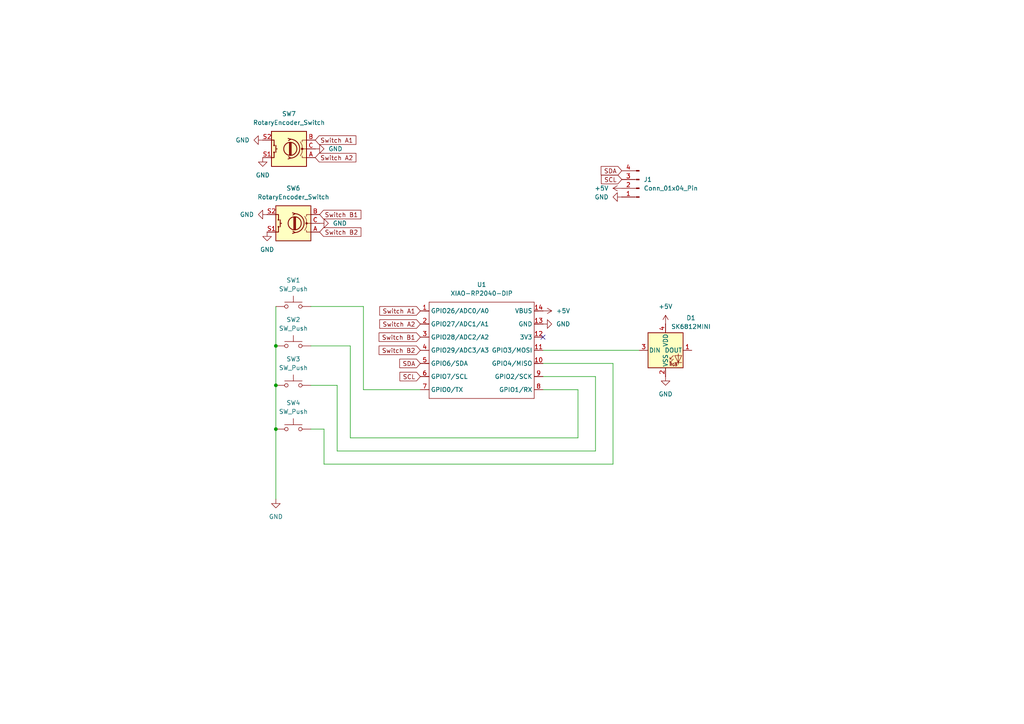
<source format=kicad_sch>
(kicad_sch (version 20231120) (generator "eeschema") (generator_version "8.0")
  (paper "A4")
  (lib_symbols
    (symbol "Connector:Conn_01x04_Pin" (pin_names (offset 1.016) hide)
      (property "Reference" "J" (at 0 5.08 0))
      (property "Value" "Conn_01x04_Pin" (at 0 -7.62 0))
      (symbol "Conn_01x04_Pin_1_1"
        (polyline (pts (xy 1.27 -5.08) (xy 0.8636 -5.08)) (stroke (width 0.1524)))
        (polyline (pts (xy 1.27 -2.54) (xy 0.8636 -2.54)) (stroke (width 0.1524)))
        (polyline (pts (xy 1.27 0) (xy 0.8636 0)) (stroke (width 0.1524)))
        (polyline (pts (xy 1.27 2.54) (xy 0.8636 2.54)) (stroke (width 0.1524)))
        (rectangle (start 0.8636 -4.953) (end 0 -5.207) (stroke (width 0.1524)) (fill (type outline)))
        (rectangle (start 0.8636 -2.413) (end 0 -2.667) (stroke (width 0.1524)) (fill (type outline)))
        (rectangle (start 0.8636 0.127) (end 0 -0.127) (stroke (width 0.1524)) (fill (type outline)))
        (rectangle (start 0.8636 2.667) (end 0 2.413) (stroke (width 0.1524)) (fill (type outline)))
        (pin passive line (at 5.08 2.54 180) (length 3.81) (name "Pin_1") (number "1"))
        (pin passive line (at 5.08 0 180) (length 3.81) (name "Pin_2") (number "2"))
        (pin passive line (at 5.08 -2.54 180) (length 3.81) (name "Pin_3") (number "3"))
        (pin passive line (at 5.08 -5.08 180) (length 3.81) (name "Pin_4") (number "4"))
      )
    )
    (symbol "Device:RotaryEncoder_Switch" (pin_names (offset 0.254) hide)
      (property "Reference" "SW" (at 0 6.604 0))
      (property "Value" "RotaryEncoder_Switch" (at 0 -6.604 0))
      (symbol "RotaryEncoder_Switch_0_1"
        (rectangle (start -5.08 5.08) (end 5.08 -5.08) (stroke (width 0.254)) (fill (type background)))
        (circle (center -3.81 0) (radius 0.254) (fill (type outline)))
        (circle (center -0.381 0) (radius 1.905) (stroke (width 0.254)))
        (arc (start -0.381 2.667) (mid -3.0988 -0.0635) (end -0.381 -2.794) (stroke (width 0.254)))
        (polyline (pts (xy -0.635 -1.778) (xy -0.635 1.778)) (stroke (width 0.254)))
        (polyline (pts (xy -0.381 -1.778) (xy -0.381 1.778)) (stroke (width 0.254)))
        (polyline (pts (xy -0.127 1.778) (xy -0.127 -1.778)) (stroke (width 0.254)))
        (polyline (pts (xy 3.81 0) (xy 3.429 0)) (stroke (width 0.254)))
        (polyline (pts (xy 3.81 1.016) (xy 3.81 -1.016)) (stroke (width 0.254)))
        (polyline (pts (xy -5.08 -2.54) (xy -3.81 -2.54) (xy -3.81 -2.032)))
        (polyline (pts (xy -5.08 2.54) (xy -3.81 2.54) (xy -3.81 2.032)))
        (polyline (pts (xy 0.254 -3.048) (xy -0.508 -2.794) (xy 0.127 -2.413)) (stroke (width 0.254)))
        (polyline (pts (xy 0.254 2.921) (xy -0.508 2.667) (xy 0.127 2.286)) (stroke (width 0.254)))
        (polyline (pts (xy 5.08 -2.54) (xy 4.318 -2.54) (xy 4.318 -1.016)) (stroke (width 0.254)))
        (polyline (pts (xy 5.08 2.54) (xy 4.318 2.54) (xy 4.318 1.016)) (stroke (width 0.254)))
        (polyline (pts (xy -5.08 0) (xy -3.81 0) (xy -3.81 -1.016) (xy -3.302 -2.032)))
        (polyline (pts (xy -4.318 0) (xy -3.81 0) (xy -3.81 1.016) (xy -3.302 2.032)))
        (circle (center 4.318 -1.016) (radius 0.127) (stroke (width 0.254)))
        (circle (center 4.318 1.016) (radius 0.127) (stroke (width 0.254)))
      )
      (symbol "RotaryEncoder_Switch_1_1"
        (pin passive line (at -7.62 2.54 0) (length 2.54) (name "A") (number "A"))
        (pin passive line (at -7.62 -2.54 0) (length 2.54) (name "B") (number "B"))
        (pin passive line (at -7.62 0 0) (length 2.54) (name "C") (number "C"))
        (pin passive line (at 7.62 2.54 180) (length 2.54) (name "S1") (number "S1"))
        (pin passive line (at 7.62 -2.54 180) (length 2.54) (name "S2") (number "S2"))
      )
    )
    (symbol "LED:SK6812MINI" (pin_names (offset 0.254))
      (property "Reference" "D" (at 5.08 5.715 0))
      (property "Value" "SK6812MINI" (at 1.27 -5.715 0))
      (symbol "SK6812MINI_0_0"
        (text "RGB" (at 2.286 -4.191 0) (effects (font (size 0.762 0.762))))
      )
      (symbol "SK6812MINI_0_1"
        (polyline (pts (xy 1.27 -3.556) (xy 1.778 -3.556)))
        (polyline (pts (xy 1.27 -2.54) (xy 1.778 -2.54)))
        (polyline (pts (xy 4.699 -3.556) (xy 2.667 -3.556)))
        (polyline (pts (xy 2.286 -2.54) (xy 1.27 -3.556) (xy 1.27 -3.048)))
        (polyline (pts (xy 2.286 -1.524) (xy 1.27 -2.54) (xy 1.27 -2.032)))
        (polyline (pts (xy 3.683 -1.016) (xy 3.683 -3.556) (xy 3.683 -4.064)))
        (polyline (pts (xy 4.699 -1.524) (xy 2.667 -1.524) (xy 3.683 -3.556) (xy 4.699 -1.524)))
        (rectangle (start 5.08 5.08) (end -5.08 -5.08) (stroke (width 0.254)) (fill (type background)))
      )
      (symbol "SK6812MINI_1_1"
        (pin output line (at 7.62 0 180) (length 2.54) (name "DOUT") (number "1"))
        (pin power_in line (at 0 -7.62 90) (length 2.54) (name "VSS") (number "2"))
        (pin input line (at -7.62 0 0) (length 2.54) (name "DIN") (number "3"))
        (pin power_in line (at 0 7.62 270) (length 2.54) (name "VDD") (number "4"))
      )
    )
    (symbol "Seeed_Studio_XIAO_Series:XIAO-RP2040-DIP"
      (property "Reference" "U" (at 0 0 0))
      (property "Value" "XIAO-RP2040-DIP" (at 5.334 -1.778 0))
      (symbol "XIAO-RP2040-DIP_1_0"
        (polyline (pts (xy -1.27 -30.48) (xy -1.27 -16.51)) (stroke (width 0.1524)))
        (polyline (pts (xy -1.27 -27.94) (xy -2.54 -27.94)) (stroke (width 0.1524)))
        (polyline (pts (xy -1.27 -24.13) (xy -2.54 -24.13)) (stroke (width 0.1524)))
        (polyline (pts (xy -1.27 -20.32) (xy -2.54 -20.32)) (stroke (width 0.1524)))
        (polyline (pts (xy -1.27 -16.51) (xy -2.54 -16.51)) (stroke (width 0.1524)))
        (polyline (pts (xy -1.27 -16.51) (xy -1.27 -12.7)) (stroke (width 0.1524)))
        (polyline (pts (xy -1.27 -12.7) (xy -2.54 -12.7)) (stroke (width 0.1524)))
        (polyline (pts (xy -1.27 -12.7) (xy -1.27 -8.89)) (stroke (width 0.1524)))
        (polyline (pts (xy -1.27 -8.89) (xy -2.54 -8.89)) (stroke (width 0.1524)))
        (polyline (pts (xy -1.27 -8.89) (xy -1.27 -5.08)) (stroke (width 0.1524)))
        (polyline (pts (xy -1.27 -5.08) (xy -2.54 -5.08)) (stroke (width 0.1524)))
        (polyline (pts (xy -1.27 -5.08) (xy -1.27 -2.54)) (stroke (width 0.1524)))
        (polyline (pts (xy -1.27 -2.54) (xy 29.21 -2.54)) (stroke (width 0.1524)))
        (polyline (pts (xy 29.21 -30.48) (xy -1.27 -30.48)) (stroke (width 0.1524)))
        (polyline (pts (xy 29.21 -12.7) (xy 29.21 -30.48)) (stroke (width 0.1524)))
        (polyline (pts (xy 29.21 -8.89) (xy 29.21 -12.7)) (stroke (width 0.1524)))
        (polyline (pts (xy 29.21 -5.08) (xy 29.21 -8.89)) (stroke (width 0.1524)))
        (polyline (pts (xy 29.21 -2.54) (xy 29.21 -5.08)) (stroke (width 0.1524)))
        (polyline (pts (xy 30.48 -27.94) (xy 29.21 -27.94)) (stroke (width 0.1524)))
        (polyline (pts (xy 30.48 -24.13) (xy 29.21 -24.13)) (stroke (width 0.1524)))
        (polyline (pts (xy 30.48 -20.32) (xy 29.21 -20.32)) (stroke (width 0.1524)))
        (polyline (pts (xy 30.48 -16.51) (xy 29.21 -16.51)) (stroke (width 0.1524)))
        (polyline (pts (xy 30.48 -12.7) (xy 29.21 -12.7)) (stroke (width 0.1524)))
        (polyline (pts (xy 30.48 -8.89) (xy 29.21 -8.89)) (stroke (width 0.1524)))
        (polyline (pts (xy 30.48 -5.08) (xy 29.21 -5.08)) (stroke (width 0.1524)))
        (pin passive line (at -3.81 -5.08 0) (length 2.54) (name "GPIO26/ADC0/A0") (number "1"))
        (pin passive line (at 31.75 -20.32 180) (length 2.54) (name "GPIO4/MISO") (number "10"))
        (pin passive line (at 31.75 -16.51 180) (length 2.54) (name "GPIO3/MOSI") (number "11"))
        (pin passive line (at 31.75 -12.7 180) (length 2.54) (name "3V3") (number "12"))
        (pin passive line (at 31.75 -8.89 180) (length 2.54) (name "GND") (number "13"))
        (pin passive line (at 31.75 -5.08 180) (length 2.54) (name "VBUS") (number "14"))
        (pin passive line (at -3.81 -8.89 0) (length 2.54) (name "GPIO27/ADC1/A1") (number "2"))
        (pin passive line (at -3.81 -12.7 0) (length 2.54) (name "GPIO28/ADC2/A2") (number "3"))
        (pin passive line (at -3.81 -16.51 0) (length 2.54) (name "GPIO29/ADC3/A3") (number "4"))
        (pin passive line (at -3.81 -20.32 0) (length 2.54) (name "GPIO6/SDA") (number "5"))
        (pin passive line (at -3.81 -24.13 0) (length 2.54) (name "GPIO7/SCL") (number "6"))
        (pin passive line (at -3.81 -27.94 0) (length 2.54) (name "GPIO0/TX") (number "7"))
        (pin passive line (at 31.75 -27.94 180) (length 2.54) (name "GPIO1/RX") (number "8"))
        (pin passive line (at 31.75 -24.13 180) (length 2.54) (name "GPIO2/SCK") (number "9"))
      )
    )
    (symbol "Switch:SW_Push" (pin_numbers hide) (pin_names (offset 1.016) hide)
      (property "Reference" "SW" (at 1.27 2.54 0))
      (property "Value" "SW_Push" (at 0 -1.524 0))
      (symbol "SW_Push_0_1"
        (circle (center -2.032 0) (radius 0.508))
        (polyline (pts (xy 0 1.27) (xy 0 3.048)))
        (polyline (pts (xy 2.54 1.27) (xy -2.54 1.27)))
        (circle (center 2.032 0) (radius 0.508))
        (pin passive line (at -5.08 0 0) (length 2.54) (name "1") (number "1"))
        (pin passive line (at 5.08 0 180) (length 2.54) (name "2") (number "2"))
      )
    )
    (symbol "power:+5V" (power) (pin_numbers hide) (pin_names (offset 0) hide)
      (property "Value" "+5V" (at 0 3.556 0))
      (symbol "+5V_0_1"
        (polyline (pts (xy -0.762 1.27) (xy 0 2.54)))
        (polyline (pts (xy 0 0) (xy 0 2.54)))
        (polyline (pts (xy 0 2.54) (xy 0.762 1.27)))
      )
      (symbol "+5V_1_1"
        (pin power_in line (at 0 0 90) (length 0) (name "~") (number "1"))
      )
    )
    (symbol "power:GND" (power) (pin_numbers hide) (pin_names (offset 0) hide)
      (property "Value" "GND" (at 0 -3.81 0))
      (symbol "GND_0_1"
        (polyline (pts (xy 0 0) (xy 0 -1.27) (xy 1.27 -1.27) (xy 0 -2.54) (xy -1.27 -1.27) (xy 0 -1.27)))
      )
      (symbol "GND_1_1"
        (pin power_in line (at 0 0 270) (length 0) (name "~") (number "1"))
      )
    )
  )
  (junction (at 80.01 124.46))
  (junction (at 80.01 100.33))
  (junction (at 80.01 111.76))
  (no_connect (at 157.48 97.79))
  (wire (pts (xy 101.6 100.33) (xy 101.6 127)))
  (wire (pts (xy 80.01 111.76) (xy 80.01 124.46)))
  (wire (pts (xy 80.01 100.33) (xy 80.01 111.76)))
  (wire (pts (xy 93.98 134.62) (xy 177.8 134.62)))
  (wire (pts (xy 93.98 124.46) (xy 93.98 134.62)))
  (wire (pts (xy 157.48 105.41) (xy 177.8 105.41)))
  (wire (pts (xy 90.17 100.33) (xy 101.6 100.33)))
  (wire (pts (xy 80.01 88.9) (xy 80.01 100.33)))
  (wire (pts (xy 101.6 127) (xy 167.64 127)))
  (wire (pts (xy 172.72 109.22) (xy 157.48 109.22)))
  (wire (pts (xy 105.41 113.03) (xy 121.92 113.03)))
  (wire (pts (xy 80.01 124.46) (xy 80.01 144.78)))
  (wire (pts (xy 90.17 111.76) (xy 97.79 111.76)))
  (wire (pts (xy 167.64 113.03) (xy 157.48 113.03)))
  (wire (pts (xy 90.17 124.46) (xy 93.98 124.46)))
  (wire (pts (xy 167.64 127) (xy 167.64 113.03)))
  (wire (pts (xy 172.72 130.81) (xy 172.72 109.22)))
  (wire (pts (xy 90.17 88.9) (xy 105.41 88.9)))
  (wire (pts (xy 105.41 88.9) (xy 105.41 113.03)))
  (wire (pts (xy 97.79 130.81) (xy 172.72 130.81)))
  (wire (pts (xy 177.8 134.62) (xy 177.8 105.41)))
  (wire (pts (xy 97.79 111.76) (xy 97.79 130.81)))
  (wire (pts (xy 157.48 101.6) (xy 185.42 101.6)))
  (global_label "SDA" (shape input) (at 180.34 49.53 180) (property "Intersheetrefs" "${INTERSHEET_REFS}" (effects (hide yes))))
  (global_label "Switch B2" (shape input) (at 121.92 101.6 180) (property "Intersheetrefs" "${INTERSHEET_REFS}" (effects (hide yes))))
  (global_label "SCL" (shape input) (at 121.92 109.22 180) (property "Intersheetrefs" "${INTERSHEET_REFS}" (effects (hide yes))))
  (global_label "Switch A1" (shape input) (at 91.44 40.64 0) (property "Intersheetrefs" "${INTERSHEET_REFS}" (effects (hide yes))))
  (global_label "Switch A1" (shape input) (at 121.92 90.17 180) (property "Intersheetrefs" "${INTERSHEET_REFS}" (effects (hide yes))))
  (global_label "SCL" (shape input) (at 180.34 52.07 180) (property "Intersheetrefs" "${INTERSHEET_REFS}" (effects (hide yes))))
  (global_label "SDA" (shape input) (at 121.92 105.41 180) (property "Intersheetrefs" "${INTERSHEET_REFS}" (effects (hide yes))))
  (global_label "Switch A2" (shape input) (at 91.44 45.72 0) (property "Intersheetrefs" "${INTERSHEET_REFS}" (effects (hide yes))))
  (global_label "Switch A2" (shape input) (at 121.92 93.98 180) (property "Intersheetrefs" "${INTERSHEET_REFS}" (effects (hide yes))))
  (global_label "Switch B1" (shape input) (at 121.92 97.79 180) (property "Intersheetrefs" "${INTERSHEET_REFS}" (effects (hide yes))))
  (global_label "Switch B2" (shape input) (at 92.71 67.31 0) (property "Intersheetrefs" "${INTERSHEET_REFS}" (effects (hide yes))))
  (global_label "Switch B1" (shape input) (at 92.71 62.23 0) (property "Intersheetrefs" "${INTERSHEET_REFS}" (effects (hide yes))))
  (symbol (lib_id "power:+5V") (at 180.34 54.61 90) (unit 1)
    (property "Reference" "#PWR07" (effects (hide yes)))
    (property "Value" "+5V" (at 176.53 54.6099 90) (effects (justify left)))
    (property "Description" "Power symbol creates a global label with name \"+5V\"" (effects (hide yes)))
  )
  (symbol (lib_id "power:GND") (at 193.04 109.22 0) (unit 1)
    (property "Reference" "#PWR02" (effects (hide yes)))
    (property "Value" "GND" (at 193.04 114.3 0))
    (property "Description" "Power symbol creates a global label with name \"GND\" , ground" (effects (hide yes)))
  )
  (symbol (lib_id "Seeed_Studio_XIAO_Series:XIAO-RP2040-DIP") (at 125.73 85.09 0) (unit 1)
    (property "Reference" "U1" (at 139.7 82.55 0))
    (property "Value" "XIAO-RP2040-DIP" (at 139.7 85.09 0))
    (property "Footprint" "Seeed Studio XIAO Series Library:XIAO-RP2040-DIP" (effects (hide yes)))
  )
  (symbol (lib_id "power:GND") (at 80.01 144.78 0) (unit 1)
    (property "Reference" "#PWR01" (effects (hide yes)))
    (property "Value" "GND" (at 80.01 149.86 0))
    (property "Description" "Power symbol creates a global label with name \"GND\" , ground" (effects (hide yes)))
  )
  (symbol (lib_id "Switch:SW_Push") (at 85.09 124.46 0) (unit 1)
    (property "Reference" "SW4" (at 85.09 116.84 0))
    (property "Value" "SW_Push" (at 85.09 119.38 0))
    (property "Footprint" "Button_Switch_Keyboard:SW_Cherry_MX_1.00u_PCB" (effects (hide yes)))
    (property "Description" "Push button switch, generic, two pins" (effects (hide yes)))
  )
  (symbol (lib_id "power:+5V") (at 193.04 93.98 0) (unit 1)
    (property "Reference" "#PWR03" (effects (hide yes)))
    (property "Value" "+5V" (at 193.04 88.9 0))
    (property "Description" "Power symbol creates a global label with name \"+5V\"" (effects (hide yes)))
  )
  (symbol (lib_id "Device:RotaryEncoder_Switch") (at 85.09 64.77 180) (unit 1)
    (property "Reference" "SW6" (at 85.09 54.61 0))
    (property "Value" "RotaryEncoder_Switch" (at 85.09 57.15 0))
    (property "Footprint" "Rotary_Encoder:RotaryEncoder_Alps_EC11E-Switch_Vertical_H20mm" (effects (hide yes)))
    (property "Description" "Rotary encoder, dual channel, incremental quadrate outputs, with switch" (effects (hide yes)))
  )
  (symbol (lib_id "power:+5V") (at 157.48 90.17 270) (unit 1)
    (property "Reference" "#PWR04" (effects (hide yes)))
    (property "Value" "+5V" (at 161.29 90.1699 90) (effects (justify left)))
    (property "Description" "Power symbol creates a global label with name \"+5V\"" (effects (hide yes)))
  )
  (symbol (lib_id "power:GND") (at 76.2 45.72 0) (unit 1)
    (property "Reference" "#PWR010" (effects (hide yes)))
    (property "Value" "GND" (at 76.2 50.8 0))
    (property "Description" "Power symbol creates a global label with name \"GND\" , ground" (effects (hide yes)))
  )
  (symbol (lib_id "Switch:SW_Push") (at 85.09 111.76 0) (unit 1)
    (property "Reference" "SW3" (at 85.09 104.14 0))
    (property "Value" "SW_Push" (at 85.09 106.68 0))
    (property "Footprint" "Button_Switch_Keyboard:SW_Cherry_MX_1.00u_PCB" (effects (hide yes)))
    (property "Description" "Push button switch, generic, two pins" (effects (hide yes)))
  )
  (symbol (lib_id "power:GND") (at 77.47 67.31 0) (unit 1)
    (property "Reference" "#PWR08" (effects (hide yes)))
    (property "Value" "GND" (at 77.47 72.39 0))
    (property "Description" "Power symbol creates a global label with name \"GND\" , ground" (effects (hide yes)))
  )
  (symbol (lib_id "power:GND") (at 92.71 64.77 90) (unit 1)
    (property "Reference" "#PWR09" (effects (hide yes)))
    (property "Value" "GND" (at 96.52 64.7699 90) (effects (justify right)))
    (property "Description" "Power symbol creates a global label with name \"GND\" , ground" (effects (hide yes)))
  )
  (symbol (lib_id "Connector:Conn_01x04_Pin") (at 185.42 54.61 180) (unit 1)
    (property "Reference" "J1" (at 186.69 52.0699 0) (effects (justify right)))
    (property "Value" "Conn_01x04_Pin" (at 186.69 54.6099 0) (effects (justify right)))
    (property "Footprint" "OLED FOOTPRINTS:SSD1306-0.91-OLED-4pin-128x32" (effects (hide yes)))
    (property "Description" "Generic connector, single row, 01x04, script generated" (effects (hide yes)))
  )
  (symbol (lib_id "power:GND") (at 77.47 62.23 270) (unit 1)
    (property "Reference" "#PWR012" (effects (hide yes)))
    (property "Value" "GND" (at 73.66 62.2299 90) (effects (justify right)))
    (property "Description" "Power symbol creates a global label with name \"GND\" , ground" (effects (hide yes)))
  )
  (symbol (lib_id "Switch:SW_Push") (at 85.09 100.33 0) (unit 1)
    (property "Reference" "SW2" (at 85.09 92.71 0))
    (property "Value" "SW_Push" (at 85.09 95.25 0))
    (property "Footprint" "Button_Switch_Keyboard:SW_Cherry_MX_1.00u_PCB" (effects (hide yes)))
    (property "Description" "Push button switch, generic, two pins" (effects (hide yes)))
  )
  (symbol (lib_id "power:GND") (at 180.34 57.15 270) (unit 1)
    (property "Reference" "#PWR06" (effects (hide yes)))
    (property "Value" "GND" (at 176.53 57.1499 90) (effects (justify right)))
    (property "Description" "Power symbol creates a global label with name \"GND\" , ground" (effects (hide yes)))
  )
  (symbol (lib_id "Device:RotaryEncoder_Switch") (at 83.82 43.18 180) (unit 1)
    (property "Reference" "SW7" (at 83.82 33.02 0))
    (property "Value" "RotaryEncoder_Switch" (at 83.82 35.56 0))
    (property "Footprint" "Rotary_Encoder:RotaryEncoder_Alps_EC11E-Switch_Vertical_H20mm" (effects (hide yes)))
    (property "Description" "Rotary encoder, dual channel, incremental quadrate outputs, with switch" (effects (hide yes)))
  )
  (symbol (lib_id "power:GND") (at 157.48 93.98 90) (unit 1)
    (property "Reference" "#PWR05" (effects (hide yes)))
    (property "Value" "GND" (at 161.29 93.9799 90) (effects (justify right)))
    (property "Description" "Power symbol creates a global label with name \"GND\" , ground" (effects (hide yes)))
  )
  (symbol (lib_id "LED:SK6812MINI") (at 193.04 101.6 0) (unit 1)
    (property "Reference" "D1" (at 200.406 92.202 0))
    (property "Value" "SK6812MINI" (at 200.406 94.742 0))
    (property "Footprint" "LED_SMD:LED_SK6812MINI_PLCC4_3.5x3.5mm_P1.75mm" (effects (hide yes)))
    (property "Datasheet" "https://cdn-shop.adafruit.com/product-files/2686/SK6812MINI_REV.01-1-2.pdf" (effects (hide yes)))
    (property "Description" "RGB LED with integrated controller" (effects (hide yes)))
  )
  (symbol (lib_id "Switch:SW_Push") (at 85.09 88.9 0) (unit 1)
    (property "Reference" "SW1" (at 85.09 81.28 0))
    (property "Value" "SW_Push" (at 85.09 83.82 0))
    (property "Footprint" "Button_Switch_Keyboard:SW_Cherry_MX_1.00u_PCB" (effects (hide yes)))
    (property "Description" "Push button switch, generic, two pins" (effects (hide yes)))
  )
  (symbol (lib_id "power:GND") (at 76.2 40.64 270) (unit 1)
    (property "Reference" "#PWR013" (effects (hide yes)))
    (property "Value" "GND" (at 72.39 40.6399 90) (effects (justify right)))
    (property "Description" "Power symbol creates a global label with name \"GND\" , ground" (effects (hide yes)))
  )
  (symbol (lib_id "power:GND") (at 91.44 43.18 90) (unit 1)
    (property "Reference" "#PWR011" (effects (hide yes)))
    (property "Value" "GND" (at 95.25 43.1799 90) (effects (justify right)))
    (property "Description" "Power symbol creates a global label with name \"GND\" , ground" (effects (hide yes)))
  )
)
</source>
